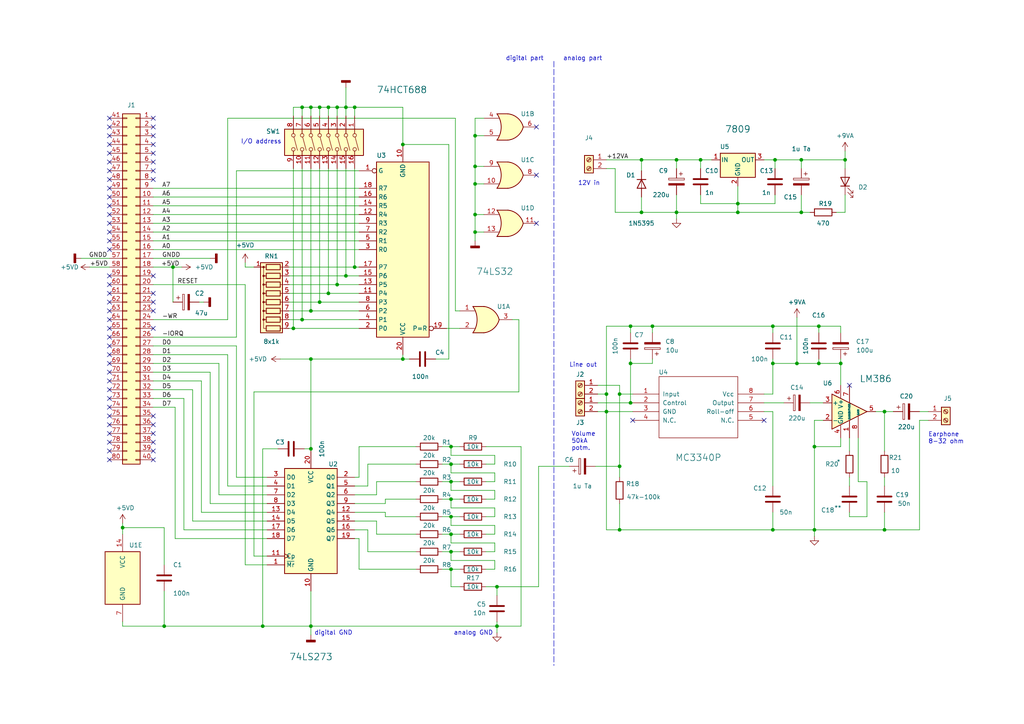
<source format=kicad_sch>
(kicad_sch (version 20250114) (generator "eeschema") (generator_version "9.0")
  (paper "A4")
  (title_block (title "PCOX - COVOX module") (date "2025-12-27") (rev "1.0") (company "Pozsar Zsolt") (comment 1 "Zacchaeus Microcomputer"))
  (text "Volume\n50kA\npotm." (at 165.735 130.81 0) (effects (font (size 1.27 1.27)) (justify left bottom)))
  (text "digital part      analog part" (at 146.685 17.78 0) (effects (font (size 1.27 1.27)) (justify left bottom)))
  (text "Line out" (at 165.1 106.68 0) (effects (font (size 1.27 1.27)) (justify left bottom)))
  (text "Earphone\n8-32 ohm" (at 269.24 128.905 0) (effects (font (size 1.27 1.27)) (justify left bottom)))
  (text "digital GND" (at 91.186 184.404 0) (effects (font (size 1.27 1.27)) (justify left bottom)))
  (text "12V in" (at 167.64 53.975 0) (effects (font (size 1.27 1.27)) (justify left bottom)))
  (text "I/O address" (at 69.85 41.91 0) (effects (font (size 1.27 1.27)) (justify left bottom)))
  (text "analog GND" (at 131.572 184.404 0) (effects (font (size 1.27 1.27)) (justify left bottom)))
  (junction (at 236.22 129.54))
  (junction (at 196.215 46.355))
  (junction (at 85.09 95.25))
  (junction (at 213.995 61.595))
  (junction (at 137.795 48.26))
  (junction (at 87.63 31.115))
  (junction (at 144.145 181.61))
  (junction (at 182.88 105.41))
  (junction (at 231.14 105.41))
  (junction (at 116.84 104.14))
  (junction (at 100.33 31.115))
  (junction (at 196.215 61.595))
  (junction (at 256.54 153.67))
  (junction (at 102.87 31.115))
  (junction (at 102.87 77.47))
  (junction (at 130.81 160.02))
  (junction (at 90.17 104.14))
  (junction (at 224.155 94.615))
  (junction (at 137.795 62.23))
  (junction (at 92.71 87.63))
  (junction (at 237.49 94.615))
  (junction (at 50.165 77.47))
  (junction (at 186.055 61.595))
  (junction (at 179.705 135.255))
  (junction (at 76.2 181.61))
  (junction (at 243.84 105.41))
  (junction (at 245.11 46.355))
  (junction (at 87.63 92.71))
  (junction (at 95.25 85.09))
  (junction (at 92.71 31.115))
  (junction (at 116.84 41.91))
  (junction (at 232.41 46.355))
  (junction (at 130.81 139.7))
  (junction (at 95.25 31.115))
  (junction (at 137.795 53.34))
  (junction (at 179.705 114.3))
  (junction (at 175.895 114.3))
  (junction (at 189.23 94.615))
  (junction (at 130.81 129.54))
  (junction (at 224.155 153.67))
  (junction (at 130.81 144.78))
  (junction (at 182.88 116.84))
  (junction (at 90.17 130.175))
  (junction (at 224.79 46.355))
  (junction (at 97.79 31.115))
  (junction (at 256.54 119.38))
  (junction (at 203.2 46.355))
  (junction (at 137.795 39.37))
  (junction (at 100.33 80.01))
  (junction (at 90.17 31.115))
  (junction (at 179.705 153.67))
  (junction (at 182.88 94.615))
  (junction (at 130.81 149.86))
  (junction (at 130.81 134.62))
  (junction (at 130.81 154.94))
  (junction (at 186.055 46.355))
  (junction (at 90.17 90.17))
  (junction (at 175.895 119.38))
  (junction (at 130.81 165.1))
  (junction (at 236.22 153.67))
  (junction (at 47.625 181.61))
  (junction (at 97.79 82.55))
  (junction (at 213.995 59.055))
  (junction (at 137.795 67.31))
  (junction (at 144.145 170.18))
  (junction (at 237.49 105.41))
  (junction (at 232.41 61.595))
  (junction (at 35.56 153.035))
  (junction (at 224.155 105.41))
  (junction (at 90.17 181.61))
  (no_connect (at 31.75 87.63))
  (no_connect (at 155.575 50.8))
  (no_connect (at 31.75 125.73))
  (no_connect (at 31.75 54.61))
  (no_connect (at 31.75 80.01))
  (no_connect (at 44.45 46.99))
  (no_connect (at 183.515 121.92))
  (no_connect (at 31.75 102.87))
  (no_connect (at 44.45 95.25))
  (no_connect (at 246.38 111.76))
  (no_connect (at 31.75 133.35))
  (no_connect (at 44.45 123.19))
  (no_connect (at 31.75 123.19))
  (no_connect (at 31.75 128.27))
  (no_connect (at 31.75 118.11))
  (no_connect (at 44.45 52.07))
  (no_connect (at 31.75 39.37))
  (no_connect (at 31.75 115.57))
  (no_connect (at 31.75 82.55))
  (no_connect (at 31.75 113.03))
  (no_connect (at 44.45 39.37))
  (no_connect (at 31.75 36.83))
  (no_connect (at 44.45 41.91))
  (no_connect (at 31.75 62.23))
  (no_connect (at 44.45 133.35))
  (no_connect (at 31.75 49.53))
  (no_connect (at 44.45 128.27))
  (no_connect (at 31.75 59.69))
  (no_connect (at 31.75 85.09))
  (no_connect (at 155.575 36.83))
  (no_connect (at 31.75 67.31))
  (no_connect (at 31.75 95.25))
  (no_connect (at 44.45 34.29))
  (no_connect (at 155.575 64.77))
  (no_connect (at 31.75 110.49))
  (no_connect (at 44.45 85.09))
  (no_connect (at 31.75 44.45))
  (no_connect (at 31.75 57.15))
  (no_connect (at 31.75 107.95))
  (no_connect (at 44.45 90.17))
  (no_connect (at 31.75 130.81))
  (no_connect (at 31.75 120.65))
  (no_connect (at 44.45 125.73))
  (no_connect (at 31.75 41.91))
  (no_connect (at 221.615 121.92))
  (no_connect (at 44.45 36.83))
  (no_connect (at 31.75 105.41))
  (no_connect (at 31.75 100.33))
  (no_connect (at 44.45 87.63))
  (no_connect (at 31.75 52.07))
  (no_connect (at 31.75 97.79))
  (no_connect (at 31.75 72.39))
  (no_connect (at 44.45 44.45))
  (no_connect (at 31.75 34.29))
  (no_connect (at 44.45 80.01))
  (no_connect (at 44.45 130.81))
  (no_connect (at 31.75 90.17))
  (no_connect (at 44.45 49.53))
  (no_connect (at 31.75 69.85))
  (no_connect (at 31.75 92.71))
  (no_connect (at 31.75 64.77))
  (no_connect (at 31.75 46.99))
  (no_connect (at 44.45 120.65))
  (wire (pts (xy 143.51 132.08) (xy 143.51 134.62)))
  (wire (pts (xy 130.81 129.54) (xy 130.81 132.08)))
  (wire (pts (xy 236.22 121.92) (xy 236.22 129.54)))
  (wire (pts (xy 140.335 34.29) (xy 137.795 34.29)))
  (wire (pts (xy 44.45 92.71) (xy 66.04 92.71)))
  (wire (pts (xy 130.81 139.7) (xy 130.81 142.24)))
  (wire (pts (xy 256.54 138.43) (xy 256.54 140.97)))
  (wire (pts (xy 140.97 165.1) (xy 143.51 165.1)))
  (wire (pts (xy 87.63 92.71) (xy 104.14 92.71)))
  (wire (pts (xy 130.81 147.32) (xy 143.51 147.32)))
  (wire (pts (xy 44.45 107.95) (xy 60.96 107.95)))
  (wire (pts (xy 102.87 146.05) (xy 111.76 146.05)))
  (wire (pts (xy 44.45 105.41) (xy 63.5 105.41)))
  (wire (pts (xy 60.96 107.95) (xy 60.96 146.05)))
  (wire (pts (xy 104.14 165.1) (xy 120.65 165.1)))
  (wire (pts (xy 143.51 142.24) (xy 143.51 144.78)))
  (wire (pts (xy 224.155 153.67) (xy 224.155 148.59)))
  (wire (pts (xy 44.45 72.39) (xy 104.14 72.39)))
  (wire (pts (xy 76.2 130.175) (xy 80.645 130.175)))
  (wire (pts (xy 83.82 82.55) (xy 97.79 82.55)))
  (wire (pts (xy 182.88 94.615) (xy 182.88 96.52)))
  (wire (pts (xy 130.81 129.54) (xy 133.35 129.54)))
  (wire (pts (xy 224.155 153.67) (xy 236.22 153.67)))
  (wire (pts (xy 55.88 113.03) (xy 55.88 151.13)))
  (wire (pts (xy 179.705 153.67) (xy 224.155 153.67)))
  (wire (pts (xy 179.705 135.255) (xy 179.705 138.43)))
  (wire (pts (xy 102.87 151.13) (xy 109.22 151.13)))
  (wire (pts (xy 109.22 139.7) (xy 120.65 139.7)))
  (wire (pts (xy 182.88 94.615) (xy 189.23 94.615)))
  (wire (pts (xy 90.17 90.17) (xy 104.14 90.17)))
  (wire (pts (xy 256.54 153.67) (xy 236.22 153.67)))
  (wire (pts (xy 175.895 94.615) (xy 182.88 94.615)))
  (wire (pts (xy 236.22 153.67) (xy 236.22 155.575)))
  (wire (pts (xy 137.795 67.31) (xy 140.335 67.31)))
  (wire (pts (xy 243.84 96.52) (xy 243.84 94.615)))
  (wire (pts (xy 104.14 138.43) (xy 104.14 129.54)))
  (wire (pts (xy 47.625 181.61) (xy 35.56 181.61)))
  (wire (pts (xy 266.7 119.38) (xy 269.24 119.38)))
  (wire (pts (xy 77.47 153.67) (xy 53.34 153.67)))
  (wire (pts (xy 116.84 31.115) (xy 102.87 31.115)))
  (wire (pts (xy 106.68 140.97) (xy 106.68 134.62)))
  (wire (pts (xy 224.155 119.38) (xy 224.155 140.97)))
  (wire (pts (xy 66.04 102.87) (xy 44.45 102.87)))
  (wire (pts (xy 137.795 62.23) (xy 140.335 62.23)))
  (wire (pts (xy 111.76 148.59) (xy 111.76 149.86)))
  (wire (pts (xy 224.155 94.615) (xy 224.155 96.52)))
  (wire (pts (xy 44.45 54.61) (xy 104.14 54.61)))
  (wire (pts (xy 85.09 31.115) (xy 85.09 33.655)))
  (wire (pts (xy 186.055 57.15) (xy 186.055 61.595)))
  (wire (pts (xy 175.895 114.3) (xy 175.895 119.38)))
  (wire (pts (xy 144.145 170.18) (xy 144.145 172.72)))
  (wire (pts (xy 77.47 148.59) (xy 58.42 148.59)))
  (wire (pts (xy 236.22 129.54) (xy 243.84 129.54)))
  (wire (pts (xy 137.795 48.26) (xy 140.335 48.26)))
  (wire (pts (xy 73.66 113.665) (xy 150.495 113.665)))
  (wire (pts (xy 246.38 127) (xy 246.38 130.81)))
  (wire (pts (xy 63.5 143.51) (xy 77.47 143.51)))
  (wire (pts (xy 102.87 31.115) (xy 100.33 31.115)))
  (wire (pts (xy 245.11 61.595) (xy 245.11 56.515)))
  (wire (pts (xy 129.54 95.25) (xy 133.35 95.25)))
  (wire (pts (xy 83.82 87.63) (xy 92.71 87.63)))
  (wire (pts (xy 130.81 149.86) (xy 130.81 152.4)))
  (wire (pts (xy 140.97 154.94) (xy 143.51 154.94)))
  (wire (pts (xy 130.81 160.02) (xy 130.81 162.56)))
  (wire (pts (xy 189.23 94.615) (xy 224.155 94.615)))
  (wire (pts (xy 203.2 46.355) (xy 206.375 46.355)))
  (wire (pts (xy 221.615 46.355) (xy 224.79 46.355)))
  (wire (pts (xy 243.84 129.54) (xy 243.84 127)))
  (wire (pts (xy 173.355 114.3) (xy 175.895 114.3)))
  (wire (pts (xy 85.09 95.25) (xy 104.14 95.25)))
  (wire (pts (xy 237.49 94.615) (xy 237.49 96.52)))
  (wire (pts (xy 221.615 116.84) (xy 227.33 116.84)))
  (wire (pts (xy 232.41 46.355) (xy 232.41 48.895)))
  (wire (pts (xy 179.705 146.05) (xy 179.705 153.67)))
  (wire (pts (xy 246.38 138.43) (xy 246.38 140.97)))
  (wire (pts (xy 137.795 53.34) (xy 137.795 62.23)))
  (wire (pts (xy 182.88 116.84) (xy 183.515 116.84)))
  (wire (pts (xy 68.58 49.53) (xy 104.14 49.53)))
  (wire (pts (xy 66.04 92.71) (xy 66.04 34.29)))
  (wire (pts (xy 130.81 144.78) (xy 133.35 144.78)))
  (wire (pts (xy 116.84 104.14) (xy 118.745 104.14)))
  (wire (pts (xy 83.82 95.25) (xy 85.09 95.25)))
  (wire (pts (xy 231.14 105.41) (xy 237.49 105.41)))
  (wire (pts (xy 90.17 171.45) (xy 90.17 181.61)))
  (wire (pts (xy 47.625 153.035) (xy 47.625 163.83)))
  (wire (pts (xy 90.17 181.61) (xy 144.145 181.61)))
  (wire (pts (xy 151.13 129.54) (xy 151.13 181.61)))
  (wire (pts (xy 196.215 46.355) (xy 196.215 48.895)))
  (wire (pts (xy 90.17 104.14) (xy 90.17 130.175)))
  (wire (pts (xy 186.055 46.355) (xy 186.055 49.53)))
  (wire (pts (xy 92.71 87.63) (xy 104.14 87.63)))
  (wire (pts (xy 88.265 130.175) (xy 90.17 130.175)))
  (wire (pts (xy 266.7 121.92) (xy 266.7 153.67)))
  (wire (pts (xy 178.435 61.595) (xy 186.055 61.595)))
  (wire (pts (xy 224.155 105.41) (xy 224.155 114.3)))
  (wire (pts (xy 111.76 149.86) (xy 120.65 149.86)))
  (wire (pts (xy 109.22 151.13) (xy 109.22 154.94)))
  (wire (pts (xy 66.04 140.97) (xy 66.04 102.87)))
  (wire (pts (xy 44.45 118.11) (xy 50.8 118.11)))
  (wire (pts (xy 100.33 80.01) (xy 100.33 48.895)))
  (wire (pts (xy 143.51 162.56) (xy 143.51 165.1)))
  (wire (pts (xy 77.47 140.97) (xy 66.04 140.97)))
  (wire (pts (xy 178.435 61.595) (xy 178.435 48.895)))
  (wire (pts (xy 63.5 105.41) (xy 63.5 143.51)))
  (wire (pts (xy 248.92 127) (xy 248.92 139.7)))
  (wire (pts (xy 95.25 85.09) (xy 95.25 48.895)))
  (wire (pts (xy 196.215 46.355) (xy 203.2 46.355)))
  (wire (pts (xy 109.22 154.94) (xy 120.65 154.94)))
  (wire (pts (xy 90.17 33.655) (xy 90.17 31.115)))
  (wire (pts (xy 148.59 92.71) (xy 150.495 92.71)))
  (wire (pts (xy 173.355 116.84) (xy 182.88 116.84)))
  (wire (pts (xy 85.09 95.25) (xy 85.09 48.895)))
  (wire (pts (xy 221.615 119.38) (xy 224.155 119.38)))
  (wire (pts (xy 224.155 94.615) (xy 237.49 94.615)))
  (wire (pts (xy 186.055 46.355) (xy 196.215 46.355)))
  (wire (pts (xy 83.82 92.71) (xy 87.63 92.71)))
  (wire (pts (xy 76.2 181.61) (xy 47.625 181.61)))
  (wire (pts (xy 100.33 80.01) (xy 104.14 80.01)))
  (wire (pts (xy 186.055 61.595) (xy 196.215 61.595)))
  (wire (pts (xy 183.515 119.38) (xy 175.895 119.38)))
  (wire (pts (xy 179.705 111.76) (xy 179.705 114.3)))
  (wire (pts (xy 102.87 77.47) (xy 104.14 77.47)))
  (wire (pts (xy 97.79 31.115) (xy 95.25 31.115)))
  (wire (pts (xy 44.45 62.23) (xy 104.14 62.23)))
  (wire (pts (xy 251.46 139.7) (xy 251.46 149.86)))
  (wire (pts (xy 130.81 160.02) (xy 133.35 160.02)))
  (wire (pts (xy 92.71 31.115) (xy 90.17 31.115)))
  (wire (pts (xy 44.45 64.77) (xy 104.14 64.77)))
  (wire (pts (xy 44.45 57.15) (xy 104.14 57.15)))
  (wire (pts (xy 213.995 53.975) (xy 213.995 59.055)))
  (wire (pts (xy 172.72 135.255) (xy 179.705 135.255)))
  (wire (pts (xy 130.81 165.1) (xy 130.81 170.18)))
  (wire (pts (xy 130.81 142.24) (xy 143.51 142.24)))
  (wire (pts (xy 144.145 181.61) (xy 144.145 183.515)))
  (wire (pts (xy 203.2 56.515) (xy 203.2 59.055)))
  (wire (pts (xy 44.45 67.31) (xy 104.14 67.31)))
  (wire (pts (xy 243.84 105.41) (xy 243.84 104.14)))
  (wire (pts (xy 128.27 144.78) (xy 130.81 144.78)))
  (wire (pts (xy 95.25 85.09) (xy 104.14 85.09)))
  (wire (pts (xy 100.33 33.655) (xy 100.33 31.115)))
  (wire (pts (xy 87.63 92.71) (xy 87.63 48.895)))
  (wire (pts (xy 87.63 31.115) (xy 85.09 31.115)))
  (wire (pts (xy 231.14 92.075) (xy 231.14 105.41)))
  (wire (pts (xy 203.2 46.355) (xy 203.2 48.895)))
  (wire (pts (xy 237.49 105.41) (xy 243.84 105.41)))
  (wire (pts (xy 189.23 105.41) (xy 189.23 104.14)))
  (wire (pts (xy 109.22 143.51) (xy 109.22 139.7)))
  (wire (pts (xy 128.27 129.54) (xy 130.81 129.54)))
  (wire (pts (xy 35.56 181.61) (xy 35.56 180.34)))
  (wire (pts (xy 90.17 130.175) (xy 90.17 130.81)))
  (wire (pts (xy 140.97 134.62) (xy 143.51 134.62)))
  (wire (pts (xy 102.87 33.655) (xy 102.87 31.115)))
  (wire (pts (xy 102.87 153.67) (xy 106.68 153.67)))
  (wire (pts (xy 140.97 144.78) (xy 143.51 144.78)))
  (wire (pts (xy 90.17 181.61) (xy 90.17 184.15)))
  (wire (pts (xy 179.705 114.3) (xy 179.705 135.255)))
  (wire (pts (xy 150.495 92.71) (xy 150.495 113.665)))
  (wire (pts (xy 71.12 76.2) (xy 71.12 77.47)))
  (wire (pts (xy 83.82 85.09) (xy 95.25 85.09)))
  (wire (pts (xy 189.23 96.52) (xy 189.23 94.615)))
  (wire (pts (xy 111.76 144.78) (xy 120.65 144.78)))
  (wire (pts (xy 50.165 77.47) (xy 50.165 87.63)))
  (wire (pts (xy 130.81 154.94) (xy 133.35 154.94)))
  (wire (pts (xy 245.11 46.355) (xy 245.11 48.895)))
  (wire (pts (xy 66.04 34.29) (xy 132.08 34.29)))
  (wire (pts (xy 35.56 153.035) (xy 35.56 154.94)))
  (wire (pts (xy 58.42 110.49) (xy 44.45 110.49)))
  (wire (pts (xy 224.79 59.055) (xy 224.79 56.515)))
  (wire (pts (xy 254 119.38) (xy 256.54 119.38)))
  (wire (pts (xy 242.57 61.595) (xy 245.11 61.595)))
  (wire (pts (xy 140.97 170.18) (xy 144.145 170.18)))
  (wire (pts (xy 224.155 105.41) (xy 231.14 105.41)))
  (wire (pts (xy 143.51 157.48) (xy 143.51 160.02)))
  (wire (pts (xy 97.79 33.655) (xy 97.79 31.115)))
  (wire (pts (xy 130.81 154.94) (xy 130.81 157.48)))
  (wire (pts (xy 47.625 171.45) (xy 47.625 181.61)))
  (wire (pts (xy 243.84 105.41) (xy 243.84 111.76)))
  (wire (pts (xy 44.45 97.79) (xy 68.58 97.79)))
  (wire (pts (xy 83.82 77.47) (xy 102.87 77.47)))
  (wire (pts (xy 251.46 149.86) (xy 246.38 149.86)))
  (wire (pts (xy 246.38 149.86) (xy 246.38 148.59)))
  (wire (pts (xy 130.81 170.18) (xy 133.35 170.18)))
  (wire (pts (xy 81.28 104.14) (xy 90.17 104.14)))
  (wire (pts (xy 256.54 148.59) (xy 256.54 153.67)))
  (wire (pts (xy 128.27 165.1) (xy 130.81 165.1)))
  (wire (pts (xy 144.145 181.61) (xy 144.145 180.34)))
  (wire (pts (xy 130.81 152.4) (xy 143.51 152.4)))
  (wire (pts (xy 92.71 33.655) (xy 92.71 31.115)))
  (wire (pts (xy 53.34 153.67) (xy 53.34 115.57)))
  (wire (pts (xy 83.82 90.17) (xy 90.17 90.17)))
  (wire (pts (xy 137.795 39.37) (xy 137.795 48.26)))
  (wire (pts (xy 50.8 118.11) (xy 50.8 156.21)))
  (wire (pts (xy 224.155 104.14) (xy 224.155 105.41)))
  (wire (pts (xy 179.705 114.3) (xy 183.515 114.3)))
  (wire (pts (xy 178.435 48.895) (xy 175.895 48.895)))
  (wire (pts (xy 68.58 138.43) (xy 77.47 138.43)))
  (wire (pts (xy 175.895 114.3) (xy 175.895 94.615)))
  (wire (pts (xy 182.88 105.41) (xy 182.88 116.84)))
  (wire (pts (xy 130.81 157.48) (xy 143.51 157.48)))
  (wire (pts (xy 102.87 156.21) (xy 104.14 156.21)))
  (wire (pts (xy 128.27 139.7) (xy 130.81 139.7)))
  (wire (pts (xy 137.795 53.34) (xy 140.335 53.34)))
  (wire (pts (xy 137.795 62.23) (xy 137.795 67.31)))
  (wire (pts (xy 116.84 102.87) (xy 116.84 104.14)))
  (wire (pts (xy 59.055 87.63) (xy 57.785 87.63)))
  (wire (pts (xy 196.215 61.595) (xy 213.995 61.595)))
  (wire (pts (xy 232.41 46.355) (xy 245.11 46.355)))
  (wire (pts (xy 269.24 121.92) (xy 266.7 121.92)))
  (wire (pts (xy 140.97 129.54) (xy 151.13 129.54)))
  (wire (pts (xy 173.355 111.76) (xy 179.705 111.76)))
  (wire (pts (xy 92.71 87.63) (xy 92.71 48.895)))
  (wire (pts (xy 182.88 105.41) (xy 182.88 104.14)))
  (wire (pts (xy 71.12 82.55) (xy 44.45 82.55)))
  (wire (pts (xy 224.79 46.355) (xy 232.41 46.355)))
  (wire (pts (xy 237.49 94.615) (xy 243.84 94.615)))
  (wire (pts (xy 156.21 135.255) (xy 156.21 170.18)))
  (wire (pts (xy 35.56 151.765) (xy 35.56 153.035)))
  (wire (pts (xy 203.2 59.055) (xy 213.995 59.055)))
  (wire (pts (xy 130.175 104.14) (xy 130.175 41.91)))
  (wire (pts (xy 50.8 156.21) (xy 77.47 156.21)))
  (wire (pts (xy 130.81 162.56) (xy 143.51 162.56)))
  (wire (pts (xy 266.7 153.67) (xy 256.54 153.67)))
  (wire (pts (xy 97.79 82.55) (xy 104.14 82.55)))
  (wire (pts (xy 182.88 105.41) (xy 189.23 105.41)))
  (wire (pts (xy 100.33 31.115) (xy 97.79 31.115)))
  (wire (pts (xy 102.87 140.97) (xy 106.68 140.97)))
  (wire (pts (xy 31.75 74.93) (xy 23.495 74.93)))
  (wire (pts (xy 44.45 74.93) (xy 60.96 74.93)))
  (wire (pts (xy 83.82 80.01) (xy 100.33 80.01)))
  (wire (pts (xy 60.96 146.05) (xy 77.47 146.05)))
  (wire (pts (xy 224.79 46.355) (xy 224.79 48.895)))
  (wire (pts (xy 44.45 100.33) (xy 68.58 100.33)))
  (wire (pts (xy 73.66 161.29) (xy 73.66 113.665)))
  (wire (pts (xy 128.27 149.86) (xy 130.81 149.86)))
  (wire (pts (xy 71.12 77.47) (xy 73.66 77.47)))
  (wire (pts (xy 76.2 130.175) (xy 76.2 181.61)))
  (wire (pts (xy 130.81 139.7) (xy 133.35 139.7)))
  (wire (pts (xy 236.22 153.67) (xy 236.22 129.54)))
  (wire (pts (xy 137.795 39.37) (xy 140.335 39.37)))
  (wire (pts (xy 68.58 97.79) (xy 68.58 49.53)))
  (wire (pts (xy 90.17 90.17) (xy 90.17 48.895)))
  (wire (pts (xy 130.81 144.78) (xy 130.81 147.32)))
  (wire (pts (xy 132.08 90.17) (xy 133.35 90.17)))
  (wire (pts (xy 35.56 153.035) (xy 47.625 153.035)))
  (wire (pts (xy 156.21 170.18) (xy 144.145 170.18)))
  (wire (pts (xy 76.2 181.61) (xy 90.17 181.61)))
  (wire (pts (xy 90.17 31.115) (xy 87.63 31.115)))
  (wire (pts (xy 111.76 146.05) (xy 111.76 144.78)))
  (wire (pts (xy 130.81 137.16) (xy 143.51 137.16)))
  (wire (pts (xy 128.27 154.94) (xy 130.81 154.94)))
  (wire (pts (xy 213.995 59.055) (xy 213.995 61.595)))
  (wire (pts (xy 238.76 121.92) (xy 236.22 121.92)))
  (wire (pts (xy 130.81 132.08) (xy 143.51 132.08)))
  (wire (pts (xy 116.84 31.115) (xy 116.84 41.91)))
  (polyline (pts (xy 160.655 46.355) (xy 160.655 193.04)) (stroke (width 0) (type dash)))
  (wire (pts (xy 143.51 137.16) (xy 143.51 139.7)))
  (wire (pts (xy 55.88 151.13) (xy 77.47 151.13)))
  (wire (pts (xy 87.63 33.655) (xy 87.63 31.115)))
  (wire (pts (xy 128.27 160.02) (xy 130.81 160.02)))
  (wire (pts (xy 143.51 152.4) (xy 143.51 154.94)))
  (wire (pts (xy 120.65 160.02) (xy 106.68 160.02)))
  (wire (pts (xy 130.81 165.1) (xy 133.35 165.1)))
  (wire (pts (xy 71.12 163.83) (xy 71.12 82.55)))
  (wire (pts (xy 44.45 113.03) (xy 55.88 113.03)))
  (wire (pts (xy 137.795 67.31) (xy 137.795 69.85)))
  (wire (pts (xy 58.42 148.59) (xy 58.42 110.49)))
  (wire (pts (xy 68.58 100.33) (xy 68.58 138.43)))
  (wire (pts (xy 97.79 82.55) (xy 97.79 48.895)))
  (wire (pts (xy 143.51 149.86) (xy 140.97 149.86)))
  (wire (pts (xy 130.81 134.62) (xy 133.35 134.62)))
  (wire (pts (xy 126.365 104.14) (xy 130.175 104.14)))
  (wire (pts (xy 248.92 139.7) (xy 251.46 139.7)))
  (wire (pts (xy 245.11 43.815) (xy 245.11 46.355)))
  (wire (pts (xy 106.68 134.62) (xy 120.65 134.62)))
  (wire (pts (xy 95.25 31.115) (xy 92.71 31.115)))
  (wire (pts (xy 173.355 119.38) (xy 175.895 119.38)))
  (wire (pts (xy 143.51 139.7) (xy 140.97 139.7)))
  (polyline (pts (xy 160.655 17.78) (xy 160.655 46.355)) (stroke (width 0) (type dash)))
  (wire (pts (xy 196.215 56.515) (xy 196.215 61.595)))
  (wire (pts (xy 73.66 161.29) (xy 77.47 161.29)))
  (wire (pts (xy 221.615 114.3) (xy 224.155 114.3)))
  (wire (pts (xy 128.27 134.62) (xy 130.81 134.62)))
  (wire (pts (xy 213.995 59.055) (xy 224.79 59.055)))
  (wire (pts (xy 234.95 116.84) (xy 238.76 116.84)))
  (wire (pts (xy 132.08 34.29) (xy 132.08 90.17)))
  (wire (pts (xy 104.14 129.54) (xy 120.65 129.54)))
  (wire (pts (xy 102.87 148.59) (xy 111.76 148.59)))
  (wire (pts (xy 256.54 119.38) (xy 259.08 119.38)))
  (wire (pts (xy 130.81 149.86) (xy 133.35 149.86)))
  (wire (pts (xy 50.165 77.47) (xy 52.705 77.47)))
  (wire (pts (xy 137.795 34.29) (xy 137.795 39.37)))
  (wire (pts (xy 106.68 160.02) (xy 106.68 153.67)))
  (wire (pts (xy 175.895 119.38) (xy 175.895 153.67)))
  (wire (pts (xy 104.14 156.21) (xy 104.14 165.1)))
  (wire (pts (xy 95.25 33.655) (xy 95.25 31.115)))
  (wire (pts (xy 44.45 77.47) (xy 50.165 77.47)))
  (wire (pts (xy 26.035 77.47) (xy 31.75 77.47)))
  (wire (pts (xy 237.49 104.14) (xy 237.49 105.41)))
  (wire (pts (xy 53.34 115.57) (xy 44.45 115.57)))
  (wire (pts (xy 44.45 69.85) (xy 104.14 69.85)))
  (wire (pts (xy 256.54 119.38) (xy 256.54 130.81)))
  (wire (pts (xy 232.41 61.595) (xy 234.95 61.595)))
  (wire (pts (xy 137.795 48.26) (xy 137.795 53.34)))
  (wire (pts (xy 102.87 77.47) (xy 102.87 48.895)))
  (wire (pts (xy 44.45 59.69) (xy 104.14 59.69)))
  (wire (pts (xy 175.895 153.67) (xy 179.705 153.67)))
  (wire (pts (xy 102.87 143.51) (xy 109.22 143.51)))
  (wire (pts (xy 213.995 61.595) (xy 232.41 61.595)))
  (wire (pts (xy 130.81 134.62) (xy 130.81 137.16)))
  (wire (pts (xy 175.895 46.355) (xy 186.055 46.355)))
  (wire (pts (xy 90.17 104.14) (xy 116.84 104.14)))
  (wire (pts (xy 100.33 31.115) (xy 100.33 25.4)))
  (wire (pts (xy 232.41 56.515) (xy 232.41 61.595)))
  (wire (pts (xy 165.1 135.255) (xy 156.21 135.255)))
  (wire (pts (xy 102.87 138.43) (xy 104.14 138.43)))
  (wire (pts (xy 143.51 160.02) (xy 140.97 160.02)))
  (wire (pts (xy 71.12 163.83) (xy 77.47 163.83)))
  (wire (pts (xy 130.175 41.91) (xy 116.84 41.91)))
  (wire (pts (xy 143.51 147.32) (xy 143.51 149.86)))
  (wire (pts (xy 196.215 61.595) (xy 196.215 63.5)))
  (wire (pts (xy 144.145 181.61) (xy 151.13 181.61)))
  (label "+5VD" (at 52.07 77.47 180))
  (label "D1" (at 46.99 102.87 0))
  (label "D5" (at 46.99 113.03 0))
  (label "A5" (at 46.99 59.69 0))
  (label "A2" (at 46.99 67.31 0))
  (label "A4" (at 46.99 62.23 0))
  (label "-IORQ" (at 46.99 97.79 0))
  (label "A7" (at 46.99 54.61 0))
  (label "D0" (at 46.99 100.33 0))
  (label "D2" (at 46.99 105.41 0))
  (label "A3" (at 46.99 64.77 0))
  (label "-WR" (at 46.99 92.71 0))
  (label "GNDD" (at 31.115 74.93 180))
  (label "A1" (at 46.99 69.85 0))
  (label "A0" (at 46.99 72.39 0))
  (label "D7" (at 46.99 118.11 0))
  (label "+12VA" (at 175.895 46.355 0))
  (label "D3" (at 46.99 107.95 0))
  (label "+5VD" (at 26.035 77.47 0))
  (label "D4" (at 46.99 110.49 0))
  (label "GNDD" (at 46.99 74.93 0))
  (label "D6" (at 46.99 115.57 0))
  (label "A6" (at 46.99 57.15 0))
  (label "RESET" (at 51.435 82.55 0))
  (symbol (lib_id "Device:R") (at 137.16 139.7 90) (unit 1)
    (property "Reference" "R11" (at 147.955 139.7 90))
    (property "Value" "10k" (at 137.16 139.7 90))
    (property "Footprint" "Resistor_THT:R_Axial_DIN0207_L6.3mm_D2.5mm_P2.54mm_Vertical" (effects (hide yes)))
  )
  (symbol (lib_id "Device:C") (at 47.625 167.64 0) (unit 1)
    (property "Reference" "C1" (at 50.165 163.83 0) (effects (justify left)))
    (property "Value" "100n" (at 50.165 172.085 0) (effects (justify left)))
    (property "Footprint" "Capacitor_THT:C_Disc_D5.0mm_W2.5mm_P5.00mm" (effects (hide yes)))
  )
  (symbol (lib_id "Device:C_Polarized") (at 189.23 100.33 180) (unit 1)
    (property "Reference" "C8" (at 194.31 99.06 0))
    (property "Value" "10u" (at 194.945 101.6 0))
    (property "Footprint" "Capacitor_THT:CP_Radial_D5.0mm_P2.50mm" (effects (hide yes)))
  )
  (symbol (lib_id "power:GNDD") (at 60.96 74.93 90) (unit 1)
    (property "Reference" "#PWR06" (effects (hide yes)))
    (property "Value" "GNDD" (effects (hide yes)))
  )
  (symbol (lib_id "Device:C_Polarized") (at 231.14 116.84 90) (mirror x) (unit 1)
    (property "Reference" "C14" (at 231.14 112.395 90))
    (property "Value" "220u" (at 231.14 121.285 90))
    (property "Footprint" "Capacitor_THT:CP_Radial_D8.0mm_P3.80mm" (effects (hide yes)))
  )
  (symbol (lib_id "74xx:74LS32") (at 147.955 36.83 0) (unit 2)
    (property "Reference" "U1" (at 153.035 33.02 0))
    (property "Value" "74LS32" (effects (hide yes)))
    (property "Footprint" "Package_DIP:DIP-14_W7.62mm_Socket_LongPads" (effects (hide yes)))
    (property "Datasheet" "http://www.ti.com/lit/gpn/sn74LS32" (effects (hide yes)))
  )
  (symbol (lib_id "74xx:74LS32") (at 147.955 50.8 0) (unit 3)
    (property "Reference" "U1" (at 153.035 46.355 0))
    (property "Value" "74LS32" (effects (hide yes)))
    (property "Footprint" "Package_DIP:DIP-14_W7.62mm_Socket_LongPads" (effects (hide yes)))
    (property "Datasheet" "http://www.ti.com/lit/gpn/sn74LS32" (effects (hide yes)))
  )
  (symbol (lib_id "Device:R") (at 124.46 139.7 270) (mirror x) (unit 1)
    (property "Reference" "R3" (at 129.54 138.43 90))
    (property "Value" "20k" (at 124.46 137.16 90))
    (property "Footprint" "Resistor_THT:R_Axial_DIN0207_L6.3mm_D2.5mm_P2.54mm_Vertical" (effects (hide yes)))
  )
  (symbol (lib_id "power:GNDD") (at 23.495 74.93 270) (mirror x) (unit 1)
    (property "Reference" "#PWR01" (effects (hide yes)))
    (property "Value" "GNDD" (effects (hide yes)))
  )
  (symbol (lib_id "Device:C_Polarized") (at 262.89 119.38 90) (mirror x) (unit 1)
    (property "Reference" "C20" (at 262.89 114.935 90))
    (property "Value" "220u" (at 262.89 123.825 90))
    (property "Footprint" "Capacitor_THT:CP_Radial_D8.0mm_P3.80mm" (effects (hide yes)))
  )
  (symbol (lib_id "Device:C_Polarized") (at 243.84 100.33 180) (unit 1)
    (property "Reference" "C17" (at 250.19 99.06 0))
    (property "Value" "100u" (at 250.825 101.6 0))
    (property "Footprint" "Capacitor_THT:CP_Radial_D8.0mm_P3.80mm" (effects (hide yes)))
  )
  (symbol (lib_id "Amplifier_Audio:LM386") (at 246.38 119.38 0) (unit 1)
    (property "Reference" "U6" (at 240.03 111.125 0))
    (property "Value" "LM386" (at 254 109.855 0) (effects (font (size 1.905 1.905))))
    (property "Footprint" "Package_DIP:DIP-8_W7.62mm_Socket_LongPads" (effects (hide yes)))
    (property "Datasheet" "http://www.ti.com/lit/ds/symlink/lm386.pdf" (effects (hide yes)))
  )
  (symbol (lib_id "Device:R") (at 137.16 149.86 90) (unit 1)
    (property "Reference" "R13" (at 147.955 149.86 90))
    (property "Value" "10k" (at 137.16 149.86 90))
    (property "Footprint" "Resistor_THT:R_Axial_DIN0207_L6.3mm_D2.5mm_P2.54mm_Vertical" (effects (hide yes)))
  )
  (symbol (lib_id "Device:R") (at 124.46 165.1 270) (mirror x) (unit 1)
    (property "Reference" "R8" (at 129.54 163.83 90))
    (property "Value" "20k" (at 124.46 162.56 90))
    (property "Footprint" "Resistor_THT:R_Axial_DIN0207_L6.3mm_D2.5mm_P2.54mm_Vertical" (effects (hide yes)))
  )
  (symbol (lib_id "power:+9VA") (at 245.11 43.815 0) (unit 1)
    (property "Reference" "#PWR016" (effects (hide yes)))
    (property "Value" "+9VA" (at 245.11 39.37 0))
  )
  (symbol (lib_id "Device:R") (at 137.16 129.54 90) (unit 1)
    (property "Reference" "R9" (at 137.16 127 90))
    (property "Value" "10k" (at 137.16 129.54 90))
    (property "Footprint" "Resistor_THT:R_Axial_DIN0207_L6.3mm_D2.5mm_P2.54mm_Vertical" (effects (hide yes)))
  )
  (symbol (lib_id "Device:R") (at 124.46 154.94 270) (mirror x) (unit 1)
    (property "Reference" "R6" (at 129.54 153.67 90))
    (property "Value" "20k" (at 124.46 152.4 90))
    (property "Footprint" "Resistor_THT:R_Axial_DIN0207_L6.3mm_D2.5mm_P2.54mm_Vertical" (effects (hide yes)))
  )
  (symbol (lib_id "power:GNDA") (at 144.145 183.515 0) (unit 1)
    (property "Reference" "#PWR012" (effects (hide yes)))
    (property "Value" "GNDA" (effects (hide yes)))
  )
  (symbol (lib_id "74xx:74LS32") (at 147.955 64.77 0) (unit 4)
    (property "Reference" "U1" (at 153.035 60.325 0))
    (property "Value" "74LS32" (effects (hide yes)))
    (property "Footprint" "Package_DIP:DIP-14_W7.62mm_Socket_LongPads" (effects (hide yes)))
    (property "Datasheet" "http://www.ti.com/lit/gpn/sn74LS32" (effects (hide yes)))
  )
  (symbol (lib_id "Device:R") (at 137.16 154.94 90) (unit 1)
    (property "Reference" "R14" (at 147.955 154.94 90))
    (property "Value" "10k" (at 137.16 154.94 90))
    (property "Footprint" "Resistor_THT:R_Axial_DIN0207_L6.3mm_D2.5mm_P2.54mm_Vertical" (effects (hide yes)))
  )
  (symbol (lib_id "Device:R") (at 137.16 144.78 90) (unit 1)
    (property "Reference" "R12" (at 147.955 144.78 90))
    (property "Value" "10k" (at 137.16 144.78 90))
    (property "Footprint" "Resistor_THT:R_Axial_DIN0207_L6.3mm_D2.5mm_P2.54mm_Vertical" (effects (hide yes)))
  )
  (symbol (lib_id "Switch:SW_DIP_x08") (at 92.71 41.275 270) (unit 1)
    (property "Reference" "SW1" (at 81.28 38.1 90) (effects (justify right)))
    (property "Value" "SW_DIP_x08" (effects (hide yes)))
    (property "Footprint" "Package_DIP:DIP-16_W7.62mm_LongPads" (effects (hide yes)))
  )
  (symbol (lib_id "power:+5VD") (at 35.56 151.765 0) (unit 1)
    (property "Reference" "#PWR03" (effects (hide yes)))
    (property "Value" "+5VD" (at 33.655 147.32 0) (effects (justify left)))
  )
  (symbol (lib_id "Device:R") (at 124.46 134.62 270) (mirror x) (unit 1)
    (property "Reference" "R2" (at 129.54 133.35 90))
    (property "Value" "20k" (at 124.46 132.08 90))
    (property "Footprint" "Resistor_THT:R_Axial_DIN0207_L6.3mm_D2.5mm_P2.54mm_Vertical" (effects (hide yes)))
  )
  (symbol (lib_id "Device:R") (at 137.16 134.62 90) (unit 1)
    (property "Reference" "R10" (at 147.955 134.62 90))
    (property "Value" "10k" (at 137.16 134.62 90))
    (property "Footprint" "Resistor_THT:R_Axial_DIN0207_L6.3mm_D2.5mm_P2.54mm_Vertical" (effects (hide yes)))
  )
  (symbol (lib_id "Device:C") (at 122.555 104.14 90) (unit 1)
    (property "Reference" "C4" (at 128.905 102.235 90) (effects (justify left)))
    (property "Value" "100n" (at 124.46 109.22 90) (effects (justify left)))
    (property "Footprint" "Capacitor_THT:C_Disc_D5.0mm_W2.5mm_P5.00mm" (effects (hide yes)))
  )
  (symbol (lib_id "power:+9VA") (at 231.14 92.075 0) (unit 1)
    (property "Reference" "#PWR014" (effects (hide yes)))
    (property "Value" "+9VA" (at 231.14 87.63 0))
  )
  (symbol (lib_id "power:GNDD") (at 59.055 87.63 90) (unit 1)
    (property "Reference" "#PWR05" (effects (hide yes)))
    (property "Value" "GNDD" (effects (hide yes)))
  )
  (symbol (lib_id "74xx:74LS32") (at 140.97 92.71 0) (unit 1)
    (property "Reference" "U1" (at 146.05 88.9 0))
    (property "Value" "74LS32" (at 143.51 78.74 0) (effects (font (size 1.905 1.905))))
    (property "Footprint" "Package_DIP:DIP-14_W7.62mm_Socket_LongPads" (effects (hide yes)))
    (property "Datasheet" "http://www.ti.com/lit/gpn/sn74LS32" (effects (hide yes)))
  )
  (symbol (lib_id "Connector:Screw_Terminal_01x02") (at 168.275 116.84 0) (mirror y) (unit 1)
    (property "Reference" "J3" (at 168.275 122.555 0))
    (property "Value" "Screw_Terminal_01x02" (effects (hide yes)))
    (property "Footprint" "TerminalBlock:TerminalBlock_MaiXu_MX126-5.0-02P_1x02_P5.00mm" (effects (hide yes)))
  )
  (symbol (lib_id "74xx:74HCT688") (at 116.84 72.39 0) (mirror x) (unit 1)
    (property "Reference" "U3" (at 109.22 45.085 0) (effects (justify left)))
    (property "Value" "74HCT688" (at 109.22 26.035 0) (effects (font (size 1.905 1.905)) (justify left)))
    (property "Footprint" "Package_DIP:DIP-20_W7.62mm_Socket_LongPads" (effects (hide yes)))
    (property "Datasheet" "https://www.ti.com/lit/ds/symlink/cd54hc688.pdf" (effects (hide yes)))
  )
  (symbol (lib_id "Connector:Screw_Terminal_01x02") (at 274.32 119.38 0) (unit 1)
    (property "Reference" "J5" (at 273.685 115.57 0) (effects (justify left)))
    (property "Value" "Screw_Terminal_01x02" (effects (hide yes)))
    (property "Footprint" "TerminalBlock:TerminalBlock_MaiXu_MX126-5.0-02P_1x02_P5.00mm" (effects (hide yes)))
  )
  (symbol (lib_id "Device:C") (at 224.155 100.33 0) (mirror x) (unit 1)
    (property "Reference" "C11" (at 226.06 97.79 0) (effects (justify left)))
    (property "Value" "100n" (at 217.805 104.14 0) (effects (justify left)))
    (property "Footprint" "Capacitor_THT:C_Disc_D5.0mm_W2.5mm_P5.00mm" (effects (hide yes)))
  )
  (symbol (lib_id "Connector:Screw_Terminal_01x02") (at 170.815 46.355 0) (mirror y) (unit 1)
    (property "Reference" "J4" (at 170.815 40.005 0))
    (property "Value" "Screw_Terminal_01x02" (effects (hide yes)))
    (property "Footprint" "TerminalBlock:TerminalBlock_MaiXu_MX126-5.0-02P_1x02_P5.00mm" (effects (hide yes)))
  )
  (symbol (lib_id "Connector:Screw_Terminal_01x02") (at 168.275 111.76 0) (mirror y) (unit 1)
    (property "Reference" "J2" (at 168.275 108.585 0))
    (property "Value" "Screw_Terminal_01x02" (effects (hide yes)))
    (property "Footprint" "TerminalBlock:TerminalBlock_MaiXu_MX126-5.0-02P_1x02_P5.00mm" (effects (hide yes)))
  )
  (symbol (lib_id "power:+5VD") (at 52.705 77.47 270) (unit 1)
    (property "Reference" "#PWR04" (effects (hide yes)))
    (property "Value" "+5VD" (at 56.515 77.4699 90) (effects (justify left)))
  )
  (symbol (lib_id "power:GNDD") (at 90.17 184.15 0) (mirror y) (unit 1)
    (property "Reference" "#PWR09" (effects (hide yes)))
    (property "Value" "GNDD" (effects (hide yes)))
  )
  (symbol (lib_id "Device:LED") (at 245.11 52.705 90) (unit 1)
    (property "Reference" "D2" (at 248.92 54.2924 90) (effects (justify right)))
    (property "Value" "LED" (effects (hide yes)))
    (property "Footprint" "LED_THT:LED_Rectangular_W5.0mm_H2.0mm_Horizontal_O1.27mm_Z1.0mm" (effects (hide yes)))
  )
  (symbol (lib_id "power:GNDA") (at 236.22 155.575 0) (unit 1)
    (property "Reference" "#PWR015" (effects (hide yes)))
    (property "Value" "GNDA" (effects (hide yes)))
  )
  (symbol (lib_id "power:+5VD") (at 81.28 104.14 90) (unit 1)
    (property "Reference" "#PWR08" (effects (hide yes)))
    (property "Value" "+5VD" (at 77.47 104.14 90) (effects (justify left)))
  )
  (symbol (lib_id "Device:C") (at 144.145 176.53 0) (mirror x) (unit 1)
    (property "Reference" "C5" (at 140.97 175.2599 0) (effects (justify right)))
    (property "Value" "10n" (at 140.97 177.7999 0) (effects (justify right)))
    (property "Footprint" "Capacitor_THT:C_Disc_D5.0mm_W2.5mm_P5.00mm" (effects (hide yes)))
  )
  (symbol (lib_id "Device:C_Polarized") (at 168.91 135.255 90) (unit 1)
    (property "Reference" "C6" (at 165.1 133.35 90))
    (property "Value" "1u Ta" (at 168.91 140.97 90))
    (property "Footprint" "Capacitor_THT:CP_Radial_Tantal_D5.0mm_P2.50mm" (effects (hide yes)))
  )
  (symbol (lib_id "Device:C_Polarized") (at 232.41 52.705 0) (mirror y) (unit 1)
    (property "Reference" "C15" (at 229.235 57.15 0))
    (property "Value" "1u Ta" (at 232.41 43.18 0))
    (property "Footprint" "Capacitor_THT:CP_Radial_Tantal_D5.0mm_P2.50mm" (effects (hide yes)))
  )
  (symbol (lib_id "Device:C") (at 246.38 144.78 0) (unit 1)
    (property "Reference" "C18" (at 238.125 147.955 0) (effects (justify left)))
    (property "Value" "**" (at 241.935 147.32 0) (effects (justify left)))
    (property "Footprint" "Capacitor_THT:C_Disc_D5.0mm_W2.5mm_P5.00mm" (effects (hide yes)))
  )
  (symbol (lib_id "Device:D") (at 186.055 53.34 270) (unit 1)
    (property "Reference" "D1" (at 181.61 50.8 90) (effects (justify left)))
    (property "Value" "1N5395" (at 182.245 64.77 90) (effects (justify left)))
    (property "Footprint" "Diode_THT:D_DO-15_P5.08mm_Vertical_KathodeUp" (effects (hide yes)))
  )
  (symbol (lib_id "Device:C") (at 224.79 52.705 0) (unit 1)
    (property "Reference" "C13" (at 220.345 49.53 0) (effects (justify left)))
    (property "Value" "1n" (at 220.98 55.88 0) (effects (justify left)))
    (property "Footprint" "Capacitor_THT:C_Disc_D5.0mm_W2.5mm_P2.50mm" (effects (hide yes)))
  )
  (symbol (lib_id "Device:R") (at 179.705 142.24 180) (unit 1)
    (property "Reference" "R18" (at 183.515 140.335 0))
    (property "Value" "47k-100k" (at 186.69 144.145 0))
    (property "Footprint" "Resistor_THT:R_Axial_DIN0207_L6.3mm_D2.5mm_P2.54mm_Vertical" (effects (hide yes)))
  )
  (symbol (lib_id "power:+5VD") (at 26.035 77.47 90) (mirror x) (unit 1)
    (property "Reference" "#PWR02" (effects (hide yes)))
    (property "Value" "+5VD" (at 22.86 77.47 90) (effects (justify left)))
  )
  (symbol (lib_id "Connector_Generic:Conn_02x40_Top_Bottom") (at 39.37 82.55 0) (mirror y) (unit 1)
    (property "Reference" "J1" (at 38.1 30.48 0))
    (property "Value" "Conn_02x40_Top_Bottom" (effects (hide yes)))
    (property "Footprint" "pinhead:PinHeader_2x40_P2.54mm_Vertical_Top_Bottom" (effects (hide yes)))
  )
  (symbol (lib_id "Device:C") (at 203.2 52.705 0) (unit 1)
    (property "Reference" "C10" (at 204.47 49.53 0) (effects (justify left)))
    (property "Value" "1n" (at 204.47 55.88 0) (effects (justify left)))
    (property "Footprint" "Capacitor_THT:C_Disc_D5.0mm_W2.5mm_P2.50mm" (effects (hide yes)))
  )
  (symbol (lib_id "Device:C_Polarized") (at 196.215 52.705 0) (mirror y) (unit 1)
    (property "Reference" "C9" (at 192.405 49.53 0))
    (property "Value" "220u" (at 191.77 56.515 0))
    (property "Footprint" "Capacitor_THT:CP_Radial_D8.0mm_P3.80mm" (effects (hide yes)))
  )
  (symbol (lib_id "Device:C") (at 224.155 144.78 0) (unit 1)
    (property "Reference" "C12" (at 218.44 141.605 0) (effects (justify left)))
    (property "Value" "50n" (at 226.06 148.59 0) (effects (justify left)))
    (property "Footprint" "Capacitor_THT:C_Disc_D5.0mm_W2.5mm_P5.00mm" (effects (hide yes)))
  )
  (symbol (lib_id "Device:R") (at 238.76 61.595 90) (unit 1)
    (property "Reference" "R19" (at 239.395 59.055 90))
    (property "Value" "470" (at 238.76 64.77 90))
    (property "Footprint" "Resistor_THT:R_Axial_DIN0207_L6.3mm_D2.5mm_P2.54mm_Vertical" (effects (hide yes)))
  )
  (symbol (lib_id "Device:R") (at 124.46 160.02 270) (mirror x) (unit 1)
    (property "Reference" "R7" (at 129.54 158.75 90))
    (property "Value" "20k" (at 124.46 157.48 90))
    (property "Footprint" "Resistor_THT:R_Axial_DIN0207_L6.3mm_D2.5mm_P2.54mm_Vertical" (effects (hide yes)))
  )
  (symbol (lib_id "Device:R_Network08") (at 78.74 87.63 90) (mirror x) (unit 1)
    (property "Reference" "RN1" (at 78.74 74.295 90))
    (property "Value" "8x1k" (at 78.74 99.06 90))
    (property "Footprint" "Resistor_THT:R_Array_SIP9" (effects (hide yes)))
    (property "Datasheet" "http://www.vishay.com/docs/31509/csc.pdf" (effects (hide yes)))
  )
  (symbol (lib_id "Device:C") (at 84.455 130.175 90) (unit 1)
    (property "Reference" "C3" (at 82.55 128.27 90) (effects (justify left)))
    (property "Value" "100n" (at 93.345 132.715 0) (effects (justify left)))
    (property "Footprint" "Capacitor_THT:C_Disc_D5.0mm_W2.5mm_P5.00mm" (effects (hide yes)))
  )
  (symbol (lib_id "Device:R") (at 256.54 134.62 180) (unit 1)
    (property "Reference" "R21" (at 259.715 132.715 0))
    (property "Value" "10" (at 259.715 136.525 0))
    (property "Footprint" "Resistor_THT:R_Axial_DIN0207_L6.3mm_D2.5mm_P2.54mm_Vertical" (effects (hide yes)))
  )
  (symbol (lib_id "Regulator_Linear:L7809") (at 213.995 46.355 0) (unit 1)
    (property "Reference" "U5" (at 210.185 42.545 0))
    (property "Value" "7809" (at 213.995 37.465 0) (effects (font (size 1.905 1.905))))
    (property "Footprint" "Package_TO_SOT_THT:TO-220-3_Horizontal_TabDown" (effects (hide yes)))
    (property "Datasheet" "http://www.st.com/content/ccc/resource/technical/document/datasheet/41/4f/b3/b0/12/d4/47/88/CD00000444.pdf/files/CD00000444.pdf/jcr:content/translations/en.CD00000444.pdf" (effects (hide yes)))
  )
  (symbol (lib_id "Device:R") (at 137.16 165.1 90) (unit 1)
    (property "Reference" "R16" (at 147.955 165.1 90))
    (property "Value" "10k" (at 137.16 165.1 90))
    (property "Footprint" "Resistor_THT:R_Axial_DIN0207_L6.3mm_D2.5mm_P2.54mm_Vertical" (effects (hide yes)))
  )
  (symbol (lib_id "74xx:74LS32") (at 35.56 167.64 0) (unit 5)
    (property "Reference" "U1" (at 39.37 158.115 0))
    (property "Value" "74LS32" (effects (hide yes)))
    (property "Footprint" "Package_DIP:DIP-14_W7.62mm_Socket_LongPads" (effects (hide yes)))
    (property "Datasheet" "http://www.ti.com/lit/gpn/sn74LS32" (effects (hide yes)))
  )
  (symbol (lib_id "Device:C") (at 237.49 100.33 0) (mirror y) (unit 1)
    (property "Reference" "C16" (at 239.395 91.44 0) (effects (justify left)))
    (property "Value" "100n" (at 233.68 102.87 90) (effects (justify left)))
    (property "Footprint" "Capacitor_THT:C_Disc_D5.0mm_W2.5mm_P5.00mm" (effects (hide yes)))
  )
  (symbol (lib_id "power:GNDA") (at 196.215 63.5 0) (unit 1)
    (property "Reference" "#PWR013" (effects (hide yes)))
    (property "Value" "GNDA" (effects (hide yes)))
  )
  (symbol (lib_id "Device:R") (at 137.16 160.02 90) (unit 1)
    (property "Reference" "R15" (at 147.955 160.02 90))
    (property "Value" "10k" (at 137.16 160.02 90))
    (property "Footprint" "Resistor_THT:R_Axial_DIN0207_L6.3mm_D2.5mm_P2.54mm_Vertical" (effects (hide yes)))
  )
  (symbol (lib_id "Device:R") (at 124.46 149.86 270) (mirror x) (unit 1)
    (property "Reference" "R5" (at 129.54 148.59 90))
    (property "Value" "20k" (at 124.46 147.32 90))
    (property "Footprint" "Resistor_THT:R_Axial_DIN0207_L6.3mm_D2.5mm_P2.54mm_Vertical" (effects (hide yes)))
  )
  (symbol (lib_id "Device:C") (at 182.88 100.33 0) (mirror y) (unit 1)
    (property "Reference" "C7" (at 186.69 97.155 0) (effects (justify left)))
    (property "Value" "100n" (at 178.435 102.87 90) (effects (justify left)))
    (property "Footprint" "Capacitor_THT:C_Disc_D5.0mm_W2.5mm_P5.00mm" (effects (hide yes)))
  )
  (symbol (lib_id "MC3340P:MC3340P") (at 202.565 118.11 0) (unit 1)
    (property "Reference" "U4" (at 192.405 107.95 0))
    (property "Value" "MC3340P" (at 202.565 132.715 0) (effects (font (size 1.905 1.905))))
    (property "Footprint" "Package_DIP:DIP-8_W7.62mm_Socket_LongPads" (effects (hide yes)))
    (property "Datasheet" "DOCUMENTATION" (effects (hide yes)))
  )
  (symbol (lib_id "power:GNDD") (at 100.33 25.4 0) (mirror x) (unit 1)
    (property "Reference" "#PWR010" (effects (hide yes)))
    (property "Value" "GNDD" (effects (hide yes)))
  )
  (symbol (lib_id "Device:R") (at 137.16 170.18 90) (unit 1)
    (property "Reference" "R17" (at 137.16 167.64 90))
    (property "Value" "10k" (at 137.16 170.18 90))
    (property "Footprint" "Resistor_THT:R_Axial_DIN0207_L6.3mm_D2.5mm_P2.54mm_Vertical" (effects (hide yes)))
  )
  (symbol (lib_id "Device:R") (at 246.38 134.62 180) (unit 1)
    (property "Reference" "R20" (at 241.3 134.62 0))
    (property "Value" "*" (at 243.205 133.985 0))
    (property "Footprint" "Resistor_THT:R_Axial_DIN0207_L6.3mm_D2.5mm_P2.54mm_Vertical" (effects (hide yes)))
  )
  (symbol (lib_id "Device:C_Polarized") (at 53.975 87.63 90) (mirror x) (unit 1)
    (property "Reference" "C2" (at 56.515 85.09 90) (effects (justify right)))
    (property "Value" "47u" (at 56.515 90.805 90) (effects (justify right)))
    (property "Footprint" "Capacitor_THT:CP_Radial_D8.0mm_P3.80mm" (effects (hide yes)))
  )
  (symbol (lib_id "power:GNDD") (at 137.795 69.85 0) (unit 1)
    (property "Reference" "#PWR011" (effects (hide yes)))
    (property "Value" "GNDD" (effects (hide yes)))
  )
  (symbol (lib_id "Device:R") (at 124.46 129.54 270) (mirror x) (unit 1)
    (property "Reference" "R1" (at 129.54 128.27 90))
    (property "Value" "20k" (at 124.46 127 90))
    (property "Footprint" "Resistor_THT:R_Axial_DIN0207_L6.3mm_D2.5mm_P2.54mm_Vertical" (effects (hide yes)))
  )
  (symbol (lib_id "power:+5VD") (at 71.12 76.2 0) (unit 1)
    (property "Reference" "#PWR07" (effects (hide yes)))
    (property "Value" "+5VD" (at 71.12 71.12 0))
  )
  (symbol (lib_id "Device:R") (at 124.46 144.78 270) (mirror x) (unit 1)
    (property "Reference" "R4" (at 129.54 143.51 90))
    (property "Value" "20k" (at 124.46 142.24 90))
    (property "Footprint" "Resistor_THT:R_Axial_DIN0207_L6.3mm_D2.5mm_P2.54mm_Vertical" (effects (hide yes)))
  )
  (symbol (lib_id "74xx:74LS273") (at 90.17 151.13 0) (unit 1)
    (property "Reference" "U2" (at 95.25 134.62 0) (effects (justify left)))
    (property "Value" "74LS273" (at 83.82 190.5 0) (effects (font (size 1.905 1.905)) (justify left)))
    (property "Footprint" "Package_DIP:DIP-20_W7.62mm_Socket_LongPads" (effects (hide yes)))
    (property "Datasheet" "http://www.ti.com/lit/gpn/sn74LS273" (effects (hide yes)))
  )
  (symbol (lib_id "Device:C") (at 256.54 144.78 0) (unit 1)
    (property "Reference" "C19" (at 259.715 143.51 0) (effects (justify left)))
    (property "Value" "50n" (at 260.35 146.05 0) (effects (justify left)))
    (property "Footprint" "Capacitor_THT:C_Disc_D5.0mm_W2.5mm_P5.00mm" (effects (hide yes)))
  )
)
</source>
